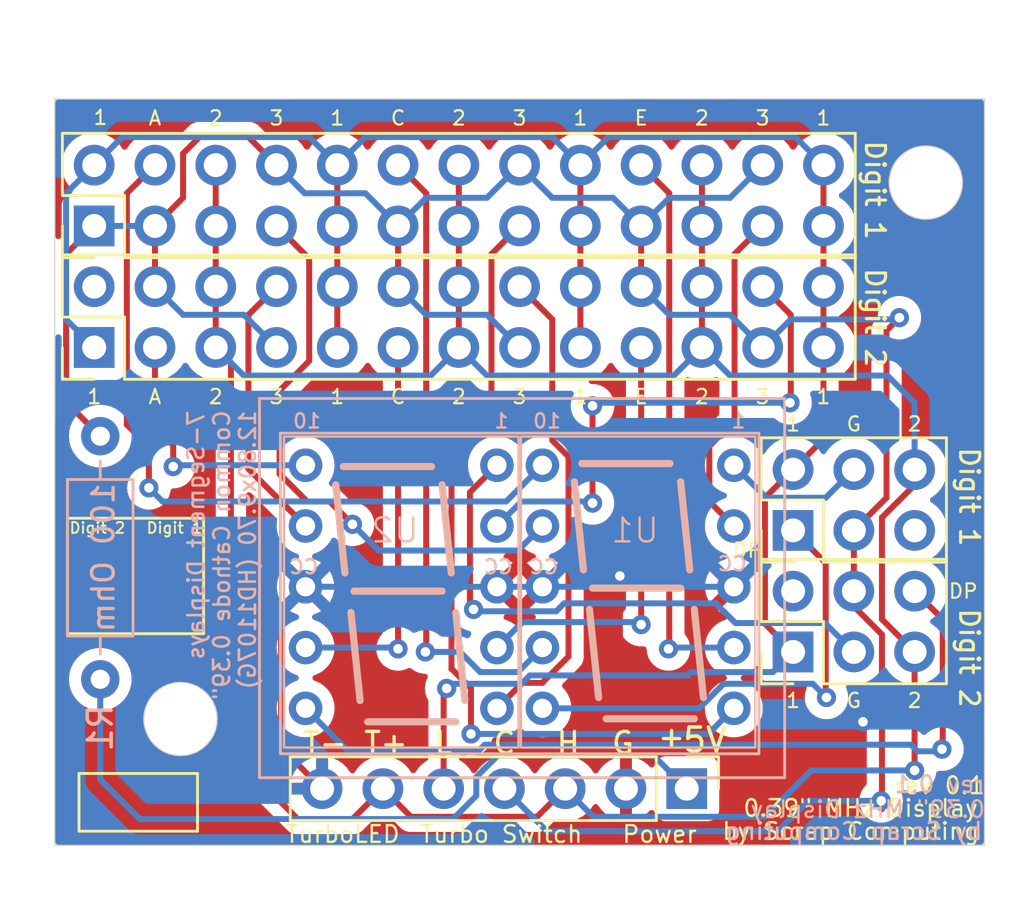
<source format=kicad_pcb>
(kicad_pcb (version 20221018) (generator pcbnew)
  (layers (0 "F.Cu" signal) (31 "B.Cu" signal) (34 "B.Paste" user) (35 "F.Paste" user) (36 "B.SilkS" user "B.Silkscreen") (37 "F.SilkS" user "F.Silkscreen") (38 "B.Mask" user) (39 "F.Mask" user) (44 "Edge.Cuts" user))
  (net 0 "")
  (net 1 "1")
  (net 2 "DIG1_A")
  (net 3 "2")
  (net 4 "3")
  (net 5 "DIG1_C")
  (net 6 "DIG1_E")
  (net 7 "DIG1_G")
  (net 8 "DIG1_F")
  (net 9 "DIG1_D")
  (net 10 "DIG1_B")
  (net 11 "DIG2_B")
  (net 12 "DIG2_D")
  (net 13 "DIG2_F")
  (net 14 "DIG2_G")
  (net 15 "DIG2_E")
  (net 16 "DIG2_C")
  (net 17 "DIG2_A")
  (net 18 "H")
  (net 19 "+5V")
  (net 20 "DIG1_CC")
  (net 21 "DIG1_DP")
  (net 24 "DIG2_DP")
  (footprint "Connector_PinHeader_2.54mm:PinHeader_1x07_P2.54mm_Vertical" (layer "F.Cu") (at 127.381 73.533 -90)
    (fp_text reference "J4" hide)
    (fp_text value "Conn_01x07")
    (fp_line (start -1.33 -1.33) (end 0 -1.33) (stroke (width 0.12)) (layer "F.SilkS"))
    (fp_line (start -1.33 0) (end -1.33 -1.33) (stroke (width 0.12)) (layer "F.SilkS"))
    (fp_line (start -1.33 1.27) (end -1.33 16.57) (stroke (width 0.12)) (layer "F.SilkS"))
    (fp_line (start -1.33 1.27) (end 1.33 1.27) (stroke (width 0.12)) (layer "F.SilkS"))
    (fp_line (start -1.33 16.57) (end 1.33 16.57) (stroke (width 0.12)) (layer "F.SilkS"))
    (fp_line (start 1.33 1.27) (end 1.33 16.57) (stroke (width 0.12)) (layer "F.SilkS"))
    (pad "1" thru_hole rect (at 0 0 270) (size 1.7 1.7) (drill 1) (layers "*.Cu" "*.Mask") (net 19 "+5V"))
    (pad "2" thru_hole oval (at 0 2.54 270) (size 1.7 1.7) (drill 1) (layers "*.Cu" "*.Mask") (net 20 "DIG1_CC"))
    (pad "3" thru_hole oval (at 0 5.08 270) (size 1.7 1.7) (drill 1) (layers "*.Cu" "*.Mask") (net 3 "2"))
    (pad "4" thru_hole oval (at 0 7.62 270) (size 1.7 1.7) (drill 1) (layers "*.Cu" "*.Mask") (net 4 "3"))
    (pad "5" thru_hole oval (at 0 10.16 270) (size 1.7 1.7) (drill 1) (layers "*.Cu" "*.Mask") (net 1 "1"))
    (pad "6" thru_hole oval (at 0 12.7 270) (size 1.7 1.7) (drill 1) (layers "*.Cu" "*.Mask") (net 3 "2"))
    (pad "7" thru_hole oval (at 0 15.24 270) (size 1.7 1.7) (drill 1) (layers "*.Cu" "*.Mask") (net 20 "DIG1_CC"))
  )
  (footprint "Connector_PinHeader_2.54mm:PinHeader_2x13_P2.54mm_Vertical" (layer "F.Cu") (at 102.616 55.0926 90)
    (fp_text reference "J1" hide)
    (fp_text value "Conn_02x13 DigitRHS")
    (fp_line (start -1.33 -1.33) (end 0 -1.33) (stroke (width 0.12)) (layer "F.SilkS"))
    (fp_line (start -1.33 0) (end -1.33 -1.33) (stroke (width 0.12)) (layer "F.SilkS"))
    (fp_line (start -1.33 1.27) (end -1.33 31.81) (stroke (width 0.12)) (layer "F.SilkS"))
    (fp_line (start -1.33 1.27) (end 1.27 1.27) (stroke (width 0.12)) (layer "F.SilkS"))
    (fp_line (start -1.33 31.81) (end 3.87 31.81) (stroke (width 0.12)) (layer "F.SilkS"))
    (fp_line (start 1.27 -1.33) (end 3.87 -1.33) (stroke (width 0.12)) (layer "F.SilkS"))
    (fp_line (start 1.27 1.27) (end 1.27 -1.33) (stroke (width 0.12)) (layer "F.SilkS"))
    (fp_line (start 3.87 -1.33) (end 3.87 31.81) (stroke (width 0.12)) (layer "F.SilkS"))
    (pad "1" thru_hole rect (at 0 0 90) (size 1.7 1.7) (drill 1) (layers "*.Cu" "*.Mask") (net 1 "1"))
    (pad "2" thru_hole oval (at 2.54 0 90) (size 1.7 1.7) (drill 1) (layers "*.Cu" "*.Mask") (net 18 "H"))
    (pad "3" thru_hole oval (at 0 2.54 90) (size 1.7 1.7) (drill 1) (layers "*.Cu" "*.Mask") (net 17 "DIG2_A"))
    (pad "4" thru_hole oval (at 2.54 2.54 90) (size 1.7 1.7) (drill 1) (layers "*.Cu" "*.Mask") (net 4 "3"))
    (pad "5" thru_hole oval (at 0 5.08 90) (size 1.7 1.7) (drill 1) (layers "*.Cu" "*.Mask") (net 3 "2"))
    (pad "6" thru_hole oval (at 2.54 5.08 90) (size 1.7 1.7) (drill 1) (layers "*.Cu" "*.Mask") (net 3 "2"))
    (pad "7" thru_hole oval (at 0 7.62 90) (size 1.7 1.7) (drill 1) (layers "*.Cu" "*.Mask") (net 4 "3"))
    (pad "8" thru_hole oval (at 2.54 7.62 90) (size 1.7 1.7) (drill 1) (layers "*.Cu" "*.Mask") (net 11 "DIG2_B"))
    (pad "9" thru_hole oval (at 0 10.16 90) (size 1.7 1.7) (drill 1) (layers "*.Cu" "*.Mask") (net 1 "1"))
    (pad "10" thru_hole oval (at 2.54 10.16 90) (size 1.7 1.7) (drill 1) (layers "*.Cu" "*.Mask") (net 1 "1"))
    (pad "11" thru_hole oval (at 0 12.7 90) (size 1.7 1.7) (drill 1) (layers "*.Cu" "*.Mask") (net 16 "DIG2_C"))
    (pad "12" thru_hole oval (at 2.54 12.7 90) (size 1.7 1.7) (drill 1) (layers "*.Cu" "*.Mask") (net 4 "3"))
    (pad "13" thru_hole oval (at 0 15.24 90) (size 1.7 1.7) (drill 1) (layers "*.Cu" "*.Mask") (net 3 "2"))
    (pad "14" thru_hole oval (at 2.54 15.24 90) (size 1.7 1.7) (drill 1) (layers "*.Cu" "*.Mask") (net 3 "2"))
    (pad "15" thru_hole oval (at 0 17.78 90) (size 1.7 1.7) (drill 1) (layers "*.Cu" "*.Mask") (net 4 "3"))
    (pad "16" thru_hole oval (at 2.54 17.78 90) (size 1.7 1.7) (drill 1) (layers "*.Cu" "*.Mask") (net 12 "DIG2_D"))
    (pad "17" thru_hole oval (at 0 20.32 90) (size 1.7 1.7) (drill 1) (layers "*.Cu" "*.Mask") (net 1 "1"))
    (pad "18" thru_hole oval (at 2.54 20.32 90) (size 1.7 1.7) (drill 1) (layers "*.Cu" "*.Mask") (net 1 "1"))
    (pad "19" thru_hole oval (at 0 22.86 90) (size 1.7 1.7) (drill 1) (layers "*.Cu" "*.Mask") (net 15 "DIG2_E"))
    (pad "20" thru_hole oval (at 2.54 22.86 90) (size 1.7 1.7) (drill 1) (layers "*.Cu" "*.Mask") (net 4 "3"))
    (pad "21" thru_hole oval (at 0 25.4 90) (size 1.7 1.7) (drill 1) (layers "*.Cu" "*.Mask") (net 3 "2"))
    (pad "22" thru_hole oval (at 2.54 25.4 90) (size 1.7 1.7) (drill 1) (layers "*.Cu" "*.Mask") (net 3 "2"))
    (pad "23" thru_hole oval (at 0 27.94 90) (size 1.7 1.7) (drill 1) (layers "*.Cu" "*.Mask") (net 4 "3"))
    (pad "24" thru_hole oval (at 2.54 27.94 90) (size 1.7 1.7) (drill 1) (layers "*.Cu" "*.Mask") (net 13 "DIG2_F"))
    (pad "25" thru_hole oval (at 0 30.48 90) (size 1.7 1.7) (drill 1) (layers "*.Cu" "*.Mask") (net 1 "1"))
    (pad "26" thru_hole oval (at 2.54 30.48 90) (size 1.7 1.7) (drill 1) (layers "*.Cu" "*.Mask") (net 1 "1"))
  )
  (footprint "Connector_PinHeader_2.54mm:PinHeader_2x13_P2.54mm_Vertical" (layer "F.Cu") (at 102.616 50.0126 90)
    (fp_text reference "J2" hide)
    (fp_text value "Conn_02x14 DigitLHS")
    (fp_line (start -1.33 -1.33) (end 0 -1.33) (stroke (width 0.12)) (layer "F.SilkS"))
    (fp_line (start -1.33 0) (end -1.33 -1.33) (stroke (width 0.12)) (layer "F.SilkS"))
    (fp_line (start -1.33 1.27) (end -1.33 31.81) (stroke (width 0.12)) (layer "F.SilkS"))
    (fp_line (start -1.33 1.27) (end 1.27 1.27) (stroke (width 0.12)) (layer "F.SilkS"))
    (fp_line (start -1.33 31.81) (end 3.87 31.81) (stroke (width 0.12)) (layer "F.SilkS"))
    (fp_line (start 1.27 -1.33) (end 3.87 -1.33) (stroke (width 0.12)) (layer "F.SilkS"))
    (fp_line (start 1.27 1.27) (end 1.27 -1.33) (stroke (width 0.12)) (layer "F.SilkS"))
    (fp_line (start 3.87 -1.33) (end 3.87 31.81) (stroke (width 0.12)) (layer "F.SilkS"))
    (pad "1" thru_hole rect (at 0 0 90) (size 1.7 1.7) (drill 1) (layers "*.Cu" "*.Mask") (net 4 "3"))
    (pad "2" thru_hole oval (at 2.54 0 90) (size 1.7 1.7) (drill 1) (layers "*.Cu" "*.Mask") (net 1 "1"))
    (pad "3" thru_hole oval (at 0 2.54 90) (size 1.7 1.7) (drill 1) (layers "*.Cu" "*.Mask") (net 4 "3"))
    (pad "4" thru_hole oval (at 2.54 2.54 90) (size 1.7 1.7) (drill 1) (layers "*.Cu" "*.Mask") (net 2 "DIG1_A"))
    (pad "5" thru_hole oval (at 0 5.08 90) (size 1.7 1.7) (drill 1) (layers "*.Cu" "*.Mask") (net 3 "2"))
    (pad "6" thru_hole oval (at 2.54 5.08 90) (size 1.7 1.7) (drill 1) (layers "*.Cu" "*.Mask") (net 3 "2"))
    (pad "7" thru_hole oval (at 0 7.62 90) (size 1.7 1.7) (drill 1) (layers "*.Cu" "*.Mask") (net 10 "DIG1_B"))
    (pad "8" thru_hole oval (at 2.54 7.62 90) (size 1.7 1.7) (drill 1) (layers "*.Cu" "*.Mask") (net 4 "3"))
    (pad "9" thru_hole oval (at 0 10.16 90) (size 1.7 1.7) (drill 1) (layers "*.Cu" "*.Mask") (net 1 "1"))
    (pad "10" thru_hole oval (at 2.54 10.16 90) (size 1.7 1.7) (drill 1) (layers "*.Cu" "*.Mask") (net 1 "1"))
    (pad "11" thru_hole oval (at 0 12.7 90) (size 1.7 1.7) (drill 1) (layers "*.Cu" "*.Mask") (net 4 "3"))
    (pad "12" thru_hole oval (at 2.54 12.7 90) (size 1.7 1.7) (drill 1) (layers "*.Cu" "*.Mask") (net 5 "DIG1_C"))
    (pad "13" thru_hole oval (at 0 15.24 90) (size 1.7 1.7) (drill 1) (layers "*.Cu" "*.Mask") (net 3 "2"))
    (pad "14" thru_hole oval (at 2.54 15.24 90) (size 1.7 1.7) (drill 1) (layers "*.Cu" "*.Mask") (net 3 "2"))
    (pad "15" thru_hole oval (at 0 17.78 90) (size 1.7 1.7) (drill 1) (layers "*.Cu" "*.Mask") (net 9 "DIG1_D"))
    (pad "16" thru_hole oval (at 2.54 17.78 90) (size 1.7 1.7) (drill 1) (layers "*.Cu" "*.Mask") (net 4 "3"))
    (pad "17" thru_hole oval (at 0 20.32 90) (size 1.7 1.7) (drill 1) (layers "*.Cu" "*.Mask") (net 1 "1"))
    (pad "18" thru_hole oval (at 2.54 20.32 90) (size 1.7 1.7) (drill 1) (layers "*.Cu" "*.Mask") (net 1 "1"))
    (pad "19" thru_hole oval (at 0 22.86 90) (size 1.7 1.7) (drill 1) (layers "*.Cu" "*.Mask") (net 4 "3"))
    (pad "20" thru_hole oval (at 2.54 22.86 90) (size 1.7 1.7) (drill 1) (layers "*.Cu" "*.Mask") (net 6 "DIG1_E"))
    (pad "21" thru_hole oval (at 0 25.4 90) (size 1.7 1.7) (drill 1) (layers "*.Cu" "*.Mask") (net 3 "2"))
    (pad "22" thru_hole oval (at 2.54 25.4 90) (size 1.7 1.7) (drill 1) (layers "*.Cu" "*.Mask") (net 3 "2"))
    (pad "23" thru_hole oval (at 0 27.94 90) (size 1.7 1.7) (drill 1) (layers "*.Cu" "*.Mask") (net 8 "DIG1_F"))
    (pad "24" thru_hole oval (at 2.54 27.94 90) (size 1.7 1.7) (drill 1) (layers "*.Cu" "*.Mask") (net 4 "3"))
    (pad "25" thru_hole oval (at 0 30.48 90) (size 1.7 1.7) (drill 1) (layers "*.Cu" "*.Mask") (net 1 "1"))
    (pad "26" thru_hole oval (at 2.54 30.48 90) (size 1.7 1.7) (drill 1) (layers "*.Cu" "*.Mask") (net 1 "1"))
  )
  (footprint "Connector_PinHeader_2.54mm:PinHeader_2x03_P2.54mm_Vertical" (layer "F.Cu") (at 131.826 62.738 90)
    (fp_text reference "J3" hide)
    (fp_text value "Conn_02x03_Odd_Even")
    (fp_line (start -1.33 -1.33) (end 0 -1.33) (stroke (width 0.12)) (layer "F.SilkS"))
    (fp_line (start -1.33 0) (end -1.33 -1.33) (stroke (width 0.12)) (layer "F.SilkS"))
    (fp_line (start -1.33 1.27) (end -1.33 6.41) (stroke (width 0.12)) (layer "F.SilkS"))
    (fp_line (start -1.33 1.27) (end 1.27 1.27) (stroke (width 0.12)) (layer "F.SilkS"))
    (fp_line (start -1.33 6.41) (end 3.87 6.41) (stroke (width 0.12)) (layer "F.SilkS"))
    (fp_line (start 1.27 -1.33) (end 3.87 -1.33) (stroke (width 0.12)) (layer "F.SilkS"))
    (fp_line (start 1.27 1.27) (end 1.27 -1.33) (stroke (width 0.12)) (layer "F.SilkS"))
    (fp_line (start 3.87 -1.33) (end 3.87 6.41) (stroke (width 0.12)) (layer "F.SilkS"))
    (pad "1" thru_hole rect (at 0 0 90) (size 1.7 1.7) (drill 1) (layers "*.Cu" "*.Mask") (net 21 "DIG1_DP"))
    (pad "2" thru_hole oval (at 2.54 0 90) (size 1.7 1.7) (drill 1) (layers "*.Cu" "*.Mask") (net 1 "1"))
    (pad "3" thru_hole oval (at 0 2.54 90) (size 1.7 1.7) (drill 1) (layers "*.Cu" "*.Mask") (net 4 "3"))
    (pad "4" thru_hole oval (at 2.54 2.54 90) (size 1.7 1.7) (drill 1) (layers "*.Cu" "*.Mask") (net 7 "DIG1_G"))
    (pad "5" thru_hole oval (at 0 5.08 90) (size 1.7 1.7) (drill 1) (layers "*.Cu" "*.Mask"))
    (pad "6" thru_hole oval (at 2.54 5.08 90) (size 1.7 1.7) (drill 1) (layers "*.Cu" "*.Mask") (net 3 "2"))
  )
  (footprint "Connector_PinHeader_2.54mm:PinHeader_2x03_P2.54mm_Vertical" (layer "F.Cu") (at 131.826 67.818 90)
    (fp_text reference "J5" hide)
    (fp_text value "Conn_02x03_Odd_Even")
    (fp_line (start -1.33 -1.33) (end 0 -1.33) (stroke (width 0.12)) (layer "F.SilkS"))
    (fp_line (start -1.33 0) (end -1.33 -1.33) (stroke (width 0.12)) (layer "F.SilkS"))
    (fp_line (start -1.33 1.27) (end -1.33 6.41) (stroke (width 0.12)) (layer "F.SilkS"))
    (fp_line (start -1.33 1.27) (end 1.27 1.27) (stroke (width 0.12)) (layer "F.SilkS"))
    (fp_line (start -1.33 6.41) (end 3.87 6.41) (stroke (width 0.12)) (layer "F.SilkS"))
    (fp_line (start 1.27 -1.33) (end 3.87 -1.33) (stroke (width 0.12)) (layer "F.SilkS"))
    (fp_line (start 1.27 1.27) (end 1.27 -1.33) (stroke (width 0.12)) (layer "F.SilkS"))
    (fp_line (start 3.87 -1.33) (end 3.87 6.41) (stroke (width 0.12)) (layer "F.SilkS"))
    (pad "1" thru_hole rect (at 0 0 90) (size 1.7 1.7) (drill 1) (layers "*.Cu" "*.Mask") (net 1 "1"))
    (pad "2" thru_hole oval (at 2.54 0 90) (size 1.7 1.7) (drill 1) (layers "*.Cu" "*.Mask"))
    (pad "3" thru_hole oval (at 0 2.54 90) (size 1.7 1.7) (drill 1) (layers "*.Cu" "*.Mask") (net 14 "DIG2_G"))
    (pad "4" thru_hole oval (at 2.54 2.54 90) (size 1.7 1.7) (drill 1) (layers "*.Cu" "*.Mask") (net 4 "3"))
    (pad "5" thru_hole oval (at 0 5.08 90) (size 1.7 1.7) (drill 1) (layers "*.Cu" "*.Mask") (net 3 "2"))
    (pad "6" thru_hole oval (at 2.54 5.08 90) (size 1.7 1.7) (drill 1) (layers "*.Cu" "*.Mask") (net 24 "DIG2_DP"))
  )
  (footprint "Resistor_THT:R_Axial_DIN0207_L6.3mm_D2.5mm_P10.16mm_Horizontal" (layer "B.Cu") (at 102.87 58.801 -90)
    (fp_text reference "R1" (at 12.192 0 90) (layer "B.SilkS") (effects (justify mirror)))
    (fp_text value "100 Ohm" (at 5.08 -0.127 90) (layer "B.SilkS") (effects (font (size 0.9 0.9) (thickness 0.14)) (justify mirror)))
    (fp_line (start 1.04 0) (end 1.81 0) (stroke (width 0.12)) (layer "B.SilkS"))
    (fp_line (start 1.81 -1.37) (end 8.35 -1.37) (stroke (width 0.12)) (layer "B.SilkS"))
    (fp_line (start 1.81 1.37) (end 1.81 -1.37) (stroke (width 0.12)) (layer "B.SilkS"))
    (fp_line (start 8.35 -1.37) (end 8.35 1.37) (stroke (width 0.12)) (layer "B.SilkS"))
    (fp_line (start 8.35 1.37) (end 1.81 1.37) (stroke (width 0.12)) (layer "B.SilkS"))
    (fp_line (start 9.12 0) (end 8.35 0) (stroke (width 0.12)) (layer "B.SilkS"))
    (pad "1" thru_hole circle (at 0 0 270) (size 1.6 1.6) (drill 0.8) (layers "*.Cu" "*.Mask") (net 4 "3"))
    (pad "2" thru_hole oval (at 10.16 0 270) (size 1.6 1.6) (drill 0.8) (layers "*.Cu" "*.Mask") (net 19 "+5V"))
  )
  (footprint "MHzDisplay:HD1107" (layer "B.Cu") (at 129.35 60.015 180)
    (fp_text reference "U1" (at 4.128 -2.723 unlocked) (layer "B.SilkS") (effects (font (thickness 0.1)) (justify mirror)))
    (fp_text value "SC39-11GWA" hide)
    (fp_rect (start -0.9 1.2) (end 8.9 -11.8) (stroke (width 0.1)) (fill none) (layer "B.SilkS"))
    (pad "1" thru_hole circle (at 0 0 180) (size 1.4 1.4) (drill 0.8) (layers "*.Cu" "*.Mask") (net 7 "DIG1_G"))
    (pad "2" thru_hole circle (at 0 -2.54 180) (size 1.4 1.4) (drill 0.8) (layers "*.Cu" "*.Mask") (net 8 "DIG1_F"))
    (pad "3" thru_hole circle (at 0 -5.08 180) (size 1.4 1.4) (drill 0.8) (layers "*.Cu" "*.Mask") (net 20 "DIG1_CC"))
    (pad "4" thru_hole circle (at 0 -7.62 180) (size 1.4 1.4) (drill 0.8) (layers "*.Cu" "*.Mask") (net 6 "DIG1_E"))
    (pad "5" thru_hole circle (at 0 -10.16 180) (size 1.4 1.4) (drill 0.8) (layers "*.Cu" "*.Mask") (net 9 "DIG1_D"))
    (pad "6" thru_hole circle (at 8 -10.16 180) (size 1.4 1.4) (drill 0.8) (layers "*.Cu" "*.Mask") (net 21 "DIG1_DP"))
    (pad "7" thru_hole circle (at 8 -7.62 180) (size 1.4 1.4) (drill 0.8) (layers "*.Cu" "*.Mask") (net 5 "DIG1_C"))
    (pad "8" thru_hole circle (at 8 -5.08 180) (size 1.4 1.4) (drill 0.8) (layers "*.Cu" "*.Mask") (net 20 "DIG1_CC"))
    (pad "9" thru_hole circle (at 8 -2.54 180) (size 1.4 1.4) (drill 0.8) (layers "*.Cu" "*.Mask") (net 10 "DIG1_B"))
    (pad "10" thru_hole circle (at 8 0 180) (size 1.4 1.4) (drill 0.8) (layers "*.Cu" "*.Mask") (net 2 "DIG1_A"))
  )
  (footprint "MHzDisplay:HD1107" (layer "B.Cu") (at 119.45 60.015 180)
    (fp_text reference "U2" (at 4.261 -2.723 unlocked) (layer "B.SilkS") (effects (font (thickness 0.1)) (justify mirror)))
    (fp_text value "SC39-11GWA" hide)
    (fp_rect (start -0.9 1.2) (end 8.9 -11.8) (stroke (width 0.1)) (fill none) (layer "B.SilkS"))
    (pad "1" thru_hole circle (at 0 0 180) (size 1.4 1.4) (drill 0.8) (layers "*.Cu" "*.Mask") (net 14 "DIG2_G"))
    (pad "2" thru_hole circle (at 0 -2.54 180) (size 1.4 1.4) (drill 0.8) (layers "*.Cu" "*.Mask") (net 13 "DIG2_F"))
    (pad "3" thru_hole circle (at 0 -5.08 180) (size 1.4 1.4) (drill 0.8) (layers "*.Cu" "*.Mask") (net 20 "DIG1_CC"))
    (pad "4" thru_hole circle (at 0 -7.62 180) (size 1.4 1.4) (drill 0.8) (layers "*.Cu" "*.Mask") (net 15 "DIG2_E"))
    (pad "5" thru_hole circle (at 0 -10.16 180) (size 1.4 1.4) (drill 0.8) (layers "*.Cu" "*.Mask") (net 12 "DIG2_D"))
    (pad "6" thru_hole circle (at 8 -10.16 180) (size 1.4 1.4) (drill 0.8) (layers "*.Cu" "*.Mask") (net 24 "DIG2_DP"))
    (pad "7" thru_hole circle (at 8 -7.62 180) (size 1.4 1.4) (drill 0.8) (layers "*.Cu" "*.Mask") (net 16 "DIG2_C"))
    (pad "8" thru_hole circle (at 8 -5.08 180) (size 1.4 1.4) (drill 0.8) (layers "*.Cu" "*.Mask") (net 20 "DIG1_CC"))
    (pad "9" thru_hole circle (at 8 -2.54 180) (size 1.4 1.4) (drill 0.8) (layers "*.Cu" "*.Mask") (net 11 "DIG2_B"))
    (pad "10" thru_hole circle (at 8 0 180) (size 1.4 1.4) (drill 0.8) (layers "*.Cu" "*.Mask") (net 17 "DIG2_A"))
  )
  (gr_line (start 124.0155 70.612) (end 127.6985 70.612) (stroke (width 0.3)) (layer "B.SilkS"))
  (gr_rect (start 110.4 58.675) (end 130.4 72.075) (stroke (width 0.12)) (fill none) (layer "B.SilkS"))
  (gr_line (start 113.3475 66.167) (end 113.7285 69.85) (stroke (width 0.3)) (layer "B.SilkS"))
  (gr_line (start 123.444 65.151) (end 127.127 65.151) (stroke (width 0.3)) (layer "B.SilkS"))
  (gr_line (start 123.317 66.04) (end 123.698 69.723) (stroke (width 0.3)) (layer "B.SilkS"))
  (gr_line (start 117.729 66.167) (end 118.11 69.85) (stroke (width 0.3)) (layer "B.SilkS"))
  (gr_line (start 113.03 60.071) (end 116.713 60.071) (stroke (width 0.3)) (layer "B.SilkS"))
  (gr_rect (start 109.525 57.225) (end 131.475 73.075) (stroke (width 0.12)) (fill none) (layer "B.SilkS"))
  (gr_line (start 122.682 60.706) (end 123.063 64.389) (stroke (width 0.3)) (layer "B.SilkS"))
  (gr_line (start 114.046 70.739) (end 117.729 70.739) (stroke (width 0.3)) (layer "B.SilkS"))
  (gr_line (start 122.9995 59.944) (end 126.6825 59.944) (stroke (width 0.3)) (layer "B.SilkS"))
  (gr_line (start 113.4745 65.278) (end 117.1575 65.278) (stroke (width 0.3)) (layer "B.SilkS"))
  (gr_line (start 112.7125 60.833) (end 113.0935 64.516) (stroke (width 0.3)) (layer "B.SilkS"))
  (gr_line (start 117.1575 60.833) (end 117.5385 64.516) (stroke (width 0.3)) (layer "B.SilkS"))
  (gr_line (start 127.6985 66.04) (end 128.0795 69.723) (stroke (width 0.3)) (layer "B.SilkS"))
  (gr_line (start 127.127 60.706) (end 127.508 64.389) (stroke (width 0.3)) (layer "B.SilkS"))
  (gr_line (start 106.934 72.898) (end 101.981 72.898) (stroke (width 0.12)) (layer "F.SilkS"))
  (gr_line (start 101.981 72.898) (end 101.981 75.311) (stroke (width 0.12)) (layer "F.SilkS"))
  (gr_line (start 101.4984 67.056) (end 101.4984 62.23) (stroke (width 0.12)) (layer "F.SilkS"))
  (gr_line (start 107.188 62.23) (end 107.188 67.056) (stroke (width 0.12)) (layer "F.SilkS"))
  (gr_line (start 101.981 75.311) (end 106.934 75.311) (stroke (width 0.12)) (layer "F.SilkS"))
  (gr_line (start 101.4984 62.23) (end 107.188 62.23) (stroke (width 0.12)) (layer "F.SilkS"))
  (gr_line (start 107.188 67.056) (end 101.4984 67.056) (stroke (width 0.12)) (layer "F.SilkS"))
  (gr_line (start 106.934 75.311) (end 106.934 72.898) (stroke (width 0.12)) (layer "F.SilkS"))
  (gr_line (start 139.827 75.9) (end 139.827 44.7) (stroke (width 0.05)) (layer "Edge.Cuts"))
  (gr_line (start 100.965 75.904) (end 100.965 44.704) (stroke (width 0.05)) (layer "Edge.Cuts"))
  (gr_circle (center 137.371809 48.2) (end 135.843618 48.2) (stroke (width 0.05)) (fill none) (layer "Edge.Cuts"))
  (gr_line (start 100.965 75.904) (end 139.827 75.9) (stroke (width 0.05)) (layer "Edge.Cuts"))
  (gr_circle (center 106.221809 70.621809) (end 104.693618 70.621809) (stroke (width 0.05)) (fill none) (layer "Edge.Cuts"))
  (gr_line (start 139.827 44.7) (end 100.965 44.704) (stroke (width 0.05)) (layer "Edge.Cuts"))
  (gr_text "by Scrap Computing" (at 134.366 75.311) (layer "B.SilkS") (effects (font (size 0.7 0.7) (thickness 0.11)) (justify mirror)))
  (gr_text "0.39{dblquote} MHz Display" (at 134.95 74.4) (layer "B.SilkS") (effects (font (size 0.7 0.7) (thickness 0.1)) (justify mirror)))
  (gr_text "CC" (at 119.507 64.262) (layer "B.SilkS") (effects (font (size 0.6 0.6) (thickness 0.1)) (justify mirror)))
  (gr_text "10" (at 121.539 58.166) (layer "B.SilkS") (effects (font (size 0.6 0.6) (thickness 0.1)) (justify mirror)))
  (gr_text "CC" (at 111.379 64.262) (layer "B.SilkS") (effects (font (size 0.6 0.6) (thickness 0.1)) (justify mirror)))
  (gr_text "rev 0.1" (at 137.95 73.35) (layer "B.SilkS") (effects (font (size 0.7 0.7) (thickness 0.1)) (justify mirror)))
  (gr_text "10" (at 111.506 58.166) (layer "B.SilkS") (effects (font (size 0.6 0.6) (thickness 0.1)) (justify mirror)))
  (gr_text "1" (at 119.634 58.166) (layer "B.SilkS") (effects (font (size 0.6 0.6) (thickness 0.1)) (justify mirror)))
  (gr_text "7-Segment Displays\nCommon Cathode 0.39{dblquote}\n12.80x9.70 (HD1107G)" (at 107.95 57.658 90) (layer "B.SilkS") (effects (font (size 0.67 0.67) (thickness 0.11)) (justify left mirror)))
  (gr_text "CC" (at 121.412 64.262) (layer "B.SilkS") (effects (font (size 0.6 0.6) (thickness 0.1)) (justify mirror)))
  (gr_text "CC" (at 129.286 64.135) (layer "B.SilkS") (effects (font (size 0.6 0.6) (thickness 0.1)) (justify mirror)))
  (gr_text "1" (at 129.54 58.166) (layer "B.SilkS") (effects (font (size 0.6 0.6) (thickness 0.1)) (justify mirror)))
  (gr_text "2" (at 107.696 57.15) (layer "F.SilkS") (effects (font (size 0.6 0.6) (thickness 0.09))))
  (gr_text "3" (at 110.236 57.15) (layer "F.SilkS") (effects (font (size 0.6 0.6) (thickness 0.09))))
  (gr_text "1" (at 112.776 57.15) (layer "F.SilkS") (effects (font (size 0.6 0.6) (thickness 0.09))))
  (gr_text "1" (at 102.616 57.15) (layer "F.SilkS") (effects (font (size 0.6 0.6) (thickness 0.09))))
  (gr_text "G" (at 124.714 71.628) (layer "F.SilkS") (effects (font (size 0.9 0.9) (thickness 0.14))))
  (gr_text "H" (at 122.428 71.628) (layer "F.SilkS") (effects (font (size 0.9 0.9) (thickness 0.14))))
  (gr_text "L" (at 117.221 71.628) (layer "F.SilkS") (effects (font (size 0.9 0.9) (thickness 0.14))))
  (gr_text "TurboLED" (at 113 75.438) (layer "F.SilkS") (effects (font (size 0.7 0.7) (thickness 0.1))))
  (gr_text "Digit 2" (at 102.75 62.6364) (layer "F.SilkS") (effects (font (size 0.45 0.45) (thickness 0.08))))
  (gr_text "Digit 1" (at 105.9688 62.6364) (layer "F.SilkS") (effects (font (size 0.45 0.45) (thickness 0.08))))
  (gr_text "3" (at 120.396 45.504) (layer "F.SilkS") (effects (font (size 0.6 0.6) (thickness 0.09))))
  (gr_text "2" (at 107.696 45.504) (layer "F.SilkS") (effects (font (size 0.6 0.6) (thickness 0.09))))
  (gr_text "2" (at 117.856 45.504) (layer "F.SilkS") (effects (font (size 0.6 0.6) (thickness 0.09))))
  (gr_text "1" (at 112.776 45.504) (layer "F.SilkS") (effects (font (size 0.6 0.6) (thickness 0.09))))
  (gr_text "C" (at 115.316 45.504) (layer "F.SilkS") (effects (font (size 0.6 0.6) (thickness 0.09))))
  (gr_text "1" (at 102.8775 45.4795) (layer "F.SilkS") (effects (font (size 0.6 0.6) (thickness 0.09))))
  (gr_text "2" (at 128.016 45.504) (layer "F.SilkS") (effects (font (size 0.6 0.6) (thickness 0.09))))
  (gr_text "3" (at 130.556 45.504) (layer "F.SilkS") (effects (font (size 0.6 0.6) (thickness 0.09))))
  (gr_text "G" (at 134.366 58.293) (layer "F.SilkS") (effects (font (size 0.6 0.6) (thickness 0.09))))
  (gr_text "2" (at 136.906 58.293) (layer "F.SilkS") (effects (font (size 0.6 0.6) (thickness 0.09))))
  (gr_text "A" (at 105.156 45.504) (layer "F.SilkS") (effects (font (size 0.6 0.6) (thickness 0.09))))
  (gr_text "1" (at 133.096 45.504) (layer "F.SilkS") (effects (font (size 0.6 0.6) (thickness 0.09))))
  (gr_text "1" (at 122.936 45.504) (layer "F.SilkS") (effects (font (size 0.6 0.6) (thickness 0.09))))
  (gr_text "E" (at 125.476 45.504) (layer "F.SilkS") (effects (font (size 0.6 0.6) (thickness 0.09))))
  (gr_text "3" (at 110.236 45.504) (layer "F.SilkS") (effects (font (size 0.6 0.6) (thickness 0.09))))
  (gr_text "Digit 2" (at 135.255 53.848 -90) (layer "F.SilkS") (effects (font (size 0.8 0.8) (thickness 0.13))))
  (gr_text "Digit 1" (at 135.255 48.514 -90) (layer "F.SilkS") (effects (font (size 0.8 0.8) (thickness 0.13))))
  (gr_text "DP" (at 138.938 65.278) (layer "F.SilkS") (effects (font (size 0.6 0.6) (thickness 0.09))))
  (gr_text "Digit 1" (at 139.192 61.341 -90) (layer "F.SilkS") (effects (font (size 0.8 0.8) (thickness 0.13))))
  (gr_text "Power" (at 126.25 75.438) (layer "F.SilkS") (effects (font (size 0.7 0.7) (thickness 0.1))))
  (gr_text "5V" (at 128.143 71.501) (layer "F.SilkS") (effects (font (size 1 1))))
  (gr_text "2" (at 136.906 69.85) (layer "F.SilkS") (effects (font (size 0.6 0.6) (thickness 0.09))))
  (gr_text "T+" (at 114.808 71.628) (layer "F.SilkS") (effects (font (size 0.9 0.9) (thickness 0.14))))
  (gr_text "1" (at 133.096 57.15) (layer "F.SilkS") (effects (font (size 0.6 0.6) (thickness 0.09))))
  (gr_text "DP" (at 129.92 63.57) (layer "F.SilkS") (effects (font (size 0.6 0.6) (thickness 0.09))))
  (gr_text "0.39{dblquote} MHz Display" (at 134.65 74.35) (layer "F.SilkS") (effects (font (size 0.7 0.7) (thickness 0.1))))
  (gr_text "2" (at 128.016 57.15) (layer "F.SilkS") (effects (font (size 0.6 0.6) (thickness 0.09))))
  (gr_text "E" (at 125.476 57.15) (layer "F.SilkS") (effects (font (size 0.6 0.6) (thickness 0.09))))
  (gr_text "2" (at 117.856 57.15) (layer "F.SilkS") (effects (font (size 0.6 0.6) (thickness 0.09))))
  (gr_text "A" (at 105.156 57.15) (layer "F.SilkS") (effects (font (size 0.6 0.6) (thickness 0.09))))
  (gr_text "Turbo Switch" (at 119.634 75.438) (layer "F.SilkS") (effects (font (size 0.7 0.7) (thickness 0.1))))
  (gr_text "3" (at 120.396 57.15) (layer "F.SilkS") (effects (font (size 0.6 0.6) (thickness 0.09))))
  (gr_text "C" (at 119.761 71.628) (layer "F.SilkS") (effects (font (size 0.9 0.9) (thickness 0.14))))
  (gr_text "3" (at 130.556 57.15) (layer "F.SilkS") (effects (font (size 0.6 0.6) (thickness 0.09))))
  (gr_text "by Scrap Computing" (at 134.239 75.311) (layer "F.SilkS") (effects (font (size 0.7 0.7) (thickness 0.1))))
  (gr_text "1" (at 122.936 57.15) (layer "F.SilkS") (effects (font (size 0.6 0.6) (thickness 0.09))))
  (gr_text "1" (at 131.826 58.293) (layer "F.SilkS") (effects (font (size 0.6 0.6) (thickness 0.09))))
  (gr_text "rev 0.1" (at 137.95 73.4) (layer "F.SilkS") (effects (font (size 0.7 0.7) (thickness 0.1))))
  (gr_text "G" (at 134.366 69.85) (layer "F.SilkS") (effects (font (size 0.6 0.6) (thickness 0.09))))
  (gr_text "C" (at 115.316 57.15) (layer "F.SilkS") (effects (font (size 0.6 0.6) (thickness 0.09))))
  (gr_text "T-" (at 112.268 71.628) (layer "F.SilkS") (effects (font (size 0.9 0.9) (thickness 0.14))))
  (gr_text "+" (at 126.746 71.374) (layer "F.SilkS") (effects (font (size 0.9 0.9) (thickness 0.14))))
  (gr_text "Digit 2" (at 139.192 68.072 -90) (layer "F.SilkS") (effects (font (size 0.8 0.8) (thickness 0.13))))
  (gr_text "1" (at 131.826 69.85) (layer "F.SilkS") (effects (font (size 0.6 0.6) (thickness 0.09))))
  (segment (start 117.221 69.469) (end 117.348 69.342) (width 0.25) (layer "F.Cu") (net 1))
  (segment (start 133.096 50.0126) (end 133.096 47.4726) (width 0.25) (layer "F.Cu") (net 1))
  (segment (start 133.096 52.5526) (end 133.096 50.0126) (width 0.25) (layer "F.Cu") (net 1))
  (segment (start 122.936 55.0926) (end 122.936 52.5526) (width 0.25) (layer "F.Cu") (net 1))
  (segment (start 122.936 50.0126) (end 122.936 47.4726) (width 0.25) (layer "F.Cu") (net 1))
  (segment (start 112.776 47.4726) (end 112.776 50.0126) (width 0.25) (layer "F.Cu") (net 1))
  (segment (start 131.826 60.198) (end 130.651 61.373) (width 0.25) (layer "F.Cu") (net 1))
  (segment (start 112.776 50.0126) (end 112.776 52.5526) (width 0.25) (layer "F.Cu") (net 1))
  (segment (start 133.096 58.928) (end 133.096 55.0926) (width 0.25) (layer "F.Cu") (net 1))
  (segment (start 122.936 52.5526) (end 122.936 50.0126) (width 0.25) (layer "F.Cu") (net 1))
  (segment (start 112.776 52.5526) (end 112.776 55.0926) (width 0.25) (layer "F.Cu") (net 1))
  (segment (start 133.096 52.5526) (end 133.096 55.0926) (width 0.25) (layer "F.Cu") (net 1))
  (segment (start 117.221 73.533) (end 117.221 69.469) (width 0.25) (layer "F.Cu") (net 1))
  (segment (start 130.651 66.643) (end 131.826 67.818) (width 0.25) (layer "F.Cu") (net 1))
  (segment (start 131.826 60.198) (end 133.096 58.928) (width 0.25) (layer "F.Cu") (net 1))
  (segment (start 130.651 61.373) (end 130.651 66.643) (width 0.25) (layer "F.Cu") (net 1))
  (via (at 117.348 69.342) (size 0.8) (drill 0.4) (layers "F.Cu" "B.Cu") (net 1))
  (segment (start 103.791 46.2976) (end 102.616 47.4726) (width 0.25) (layer "B.Cu") (net 1))
  (segment (start 127.56 68.66) (end 127.42 68.8) (width 0.25) (layer "B.Cu") (net 1))
  (segment (start 113.951 46.2976) (end 121.761 46.2976) (width 0.25) (layer "B.Cu") (net 1))
  (segment (start 112.776 47.4726) (end 111.601 46.2976) (width 0.25) (layer "B.Cu") (net 1))
  (segment (start 122.936 47.4726) (end 124.111 46.2976) (width 0.25) (layer "B.Cu") (net 1))
  (segment (start 131.826 67.818) (end 130.984 68.66) (width 0.25) (layer "B.Cu") (net 1))
  (segment (start 112.776 47.4726) (end 113.951 46.2976) (width 0.25) (layer "B.Cu") (net 1))
  (segment (start 117.221 69.342) (end 117.221 69.342) (width 0.25) (layer "B.Cu") (net 1))
  (segment (start 120.471396 69.15) (end 120.821396 68.8) (width 0.25) (layer "B.Cu") (net 1))
  (segment (start 101.441 48.6476) (end 101.441 53.9176) (width 0.25) (layer "B.Cu") (net 1))
  (segment (start 131.921 46.2976) (end 133.096 47.4726) (width 0.25) (layer "B.Cu") (net 1))
  (segment (start 124.111 46.2976) (end 131.921 46.2976) (width 0.25) (layer "B.Cu") (net 1))
  (segment (start 130.984 68.66) (end 127.56 68.66) (width 0.25) (layer "B.Cu") (net 1))
  (segment (start 127.42 68.8) (end 120.821396 68.8) (width 0.25) (layer "B.Cu") (net 1))
  (segment (start 121.761 46.2976) (end 122.936 47.4726) (width 0.25) (layer "B.Cu") (net 1))
  (segment (start 102.616 47.4726) (end 101.441 48.6476) (width 0.25) (layer "B.Cu") (net 1))
  (segment (start 117.348 69.342) (end 117.54 69.15) (width 0.25) (layer "B.Cu") (net 1))
  (segment (start 111.601 46.2976) (end 103.791 46.2976) (width 0.25) (layer "B.Cu") (net 1))
  (segment (start 101.441 53.9176) (end 102.616 55.0926) (width 0.25) (layer "B.Cu") (net 1))
  (segment (start 117.348 69.342) (end 117.221 69.342) (width 0.25) (layer "B.Cu") (net 1))
  (segment (start 117.54 69.15) (end 120.471396 69.15) (width 0.25) (layer "B.Cu") (net 1))
  (segment (start 103.981 48.6476) (end 103.981 58.321009) (width 0.25) (layer "F.Cu") (net 2))
  (segment (start 105.156 47.4726) (end 103.981 48.6476) (width 0.25) (layer "F.Cu") (net 2))
  (segment (start 104.902 60.96) (end 104.902 61.087) (width 0.25) (layer "F.Cu") (net 2))
  (segment (start 104.902 59.242009) (end 104.902 60.96) (width 0.25) (layer "F.Cu") (net 2))
  (segment (start 103.981 58.321009) (end 104.902 59.242009) (width 0.25) (layer "F.Cu") (net 2))
  (via (at 104.902 60.96) (size 0.8) (drill 0.4) (layers "F.Cu" "B.Cu") (net 2))
  (segment (start 119.835 61.53) (end 105.472 61.53) (width 0.25) (layer "B.Cu") (net 2))
  (segment (start 105.472 61.53) (end 104.902 60.96) (width 0.25) (layer "B.Cu") (net 2))
  (segment (start 121.35 60.015) (end 119.835 61.53) (width 0.25) (layer "B.Cu") (net 2))
  (segment (start 128.016 55.0926) (end 128.016 52.5526) (width 0.25) (layer "F.Cu") (net 3))
  (segment (start 128.016 52.5526) (end 128.016 50.0126) (width 0.25) (layer "F.Cu") (net 3))
  (segment (start 136.906 67.818) (end 135.541 66.453) (width 0.25) (layer "F.Cu") (net 3))
  (segment (start 135.541 66.453) (end 135.541 62.199396) (width 0.25) (layer "F.Cu") (net 3))
  (segment (start 117.856 50.0126) (end 117.856 52.5526) (width 0.25) (layer "F.Cu") (net 3))
  (segment (start 108.331 72.009) (end 111.125 74.803) (width 0.25) (layer "F.Cu") (net 3))
  (segment (start 108.331 55.7276) (end 108.331 72.009) (width 0.25) (layer "F.Cu") (net 3))
  (segment (start 107.696 52.5526) (end 107.696 50.0126) (width 0.25) (layer "F.Cu") (net 3))
  (segment (start 136.906 60.834396) (end 136.906 60.198) (width 0.25) (layer "F.Cu") (net 3))
  (segment (start 128.016 50.0126) (end 128.016 47.4726) (width 0.25) (layer "F.Cu") (net 3))
  (segment (start 122.301 73.533) (end 121.126 74.708) (width 0.25) (layer "F.Cu") (net 3))
  (segment (start 107.696 55.0926) (end 107.696 52.5526) (width 0.25) (layer "F.Cu") (net 3))
  (segment (start 117.856 52.5526) (end 117.856 55.0926) (width 0.25) (layer "F.Cu") (net 3))
  (segment (start 113.411 74.803) (end 114.681 73.533) (width 0.25) (layer "F.Cu") (net 3))
  (segment (start 135.541 62.199396) (end 136.906 60.834396) (width 0.25) (layer "F.Cu") (net 3))
  (segment (start 117.856 47.4726) (end 117.856 50.0126) (width 0.25) (layer "F.Cu") (net 3))
  (segment (start 136.906 67.818) (end 136.906 72.771) (width 0.25) (layer "F.Cu") (net 3))
  (segment (start 107.696 55.0926) (end 108.331 55.7276) (width 0.25) (layer "F.Cu") (net 3))
  (segment (start 121.126 74.708) (end 115.856 74.708) (width 0.25) (layer "F.Cu") (net 3))
  (segment (start 115.856 74.708) (end 114.681 73.533) (width 0.25) (layer "F.Cu") (net 3))
  (segment (start 107.696 50.0126) (end 107.696 47.4726) (width 0.25) (layer "F.Cu") (net 3))
  (segment (start 111.125 74.803) (end 113.411 74.803) (width 0.25) (layer "F.Cu") (net 3))
  (via (at 136.906 72.771) (size 0.8) (drill 0.4) (layers "F.Cu" "B.Cu") (net 3))
  (segment (start 130.651 74.708) (end 131.318 74.041) (width 0.25) (layer "B.Cu") (net 3))
  (segment (start 117.856 55.0926) (end 119.031 56.2676) (width 0.25) (layer "B.Cu") (net 3))
  (segment (start 108.871 56.2676) (end 107.696 55.0926) (width 0.25) (layer "B.Cu") (net 3))
  (segment (start 123.476 74.708) (end 130.651 74.708) (width 0.25) (layer "B.Cu") (net 3))
  (segment (start 122.301 73.533) (end 123.476 74.708) (width 0.25) (layer "B.Cu") (net 3))
  (segment (start 116.681 56.2676) (end 108.871 56.2676) (width 0.25) (layer "B.Cu") (net 3))
  (segment (start 117.856 55.0926) (end 116.681 56.2676) (width 0.25) (layer "B.Cu") (net 3))
  (segment (start 131.318 74.041) (end 132.588 72.771) (width 0.25) (layer "B.Cu") (net 3))
  (segment (start 126.841 56.2676) (end 128.016 55.0926) (width 0.25) (layer "B.Cu") (net 3))
  (segment (start 119.031 56.2676) (end 126.841 56.2676) (width 0.25) (layer "B.Cu") (net 3))
  (segment (start 135.7696 56.2676) (end 129.191 56.2676) (width 0.25) (layer "B.Cu") (net 3))
  (segment (start 132.588 72.771) (end 136.779 72.771) (width 0.25) (layer "B.Cu") (net 3))
  (segment (start 136.906 60.198) (end 136.906 57.404) (width 0.25) (layer "B.Cu") (net 3))
  (segment (start 136.906 57.404) (end 135.7696 56.2676) (width 0.25) (layer "B.Cu") (net 3))
  (segment (start 129.191 56.2676) (end 128.016 55.0926) (width 0.25) (layer "B.Cu") (net 3))
  (segment (start 135.541 74.073) (end 135.509 74.041) (width 0.25) (layer "F.Cu") (net 4))
  (segment (start 125.476 50.0126) (end 125.476 52.5526) (width 0.25) (layer "F.Cu") (net 4))
  (segment (start 135.731 54.388) (end 135.731 61.373) (width 0.25) (layer "F.Cu") (net 4))
  (segment (start 109.061 46.2976) (end 107.019299 46.2976) (width 0.25) (layer "F.Cu") (net 4))
  (segment (start 135.509 74.041) (end 135.541 74.009) (width 0.25) (layer "F.Cu") (net 4))
  (segment (start 106.331 46.985899) (end 106.331 48.8376) (width 0.25) (layer "F.Cu") (net 4))
  (segment (start 106.331 48.8376) (end 105.156 50.0126) (width 0.25) (layer "F.Cu") (net 4))
  (segment (start 101.441 57.372) (end 102.87 58.801) (width 0.25) (layer "F.Cu") (net 4))
  (segment (start 134.366 62.738) (end 134.366 65.278) (width 0.25) (layer "F.Cu") (net 4))
  (segment (start 135.541 67.089396) (end 134.366 65.914396) (width 0.25) (layer "F.Cu") (net 4))
  (segment (start 110.236 47.4726) (end 109.061 46.2976) (width 0.25) (layer "F.Cu") (net 4))
  (segment (start 135.541 74.009) (end 135.541 67.089396) (width 0.25) (layer "F.Cu") (net 4))
  (segment (start 101.441 51.1876) (end 101.441 57.372) (width 0.25) (layer "F.Cu") (net 4))
  (segment (start 107.019299 46.2976) (end 106.331 46.985899) (width 0.25) (layer "F.Cu") (net 4))
  (segment (start 135.541 74.39) (end 135.541 74.073) (width 0.25) (layer "F.Cu") (net 4))
  (segment (start 134.366 65.914396) (end 134.366 65.278) (width 0.25) (layer "F.Cu") (net 4))
  (segment (start 115.316 52.5526) (end 115.316 50.0126) (width 0.25) (layer "F.Cu") (net 4))
  (segment (start 102.616 50.0126) (end 101.441 51.1876) (width 0.25) (layer "F.Cu") (net 4))
  (segment (start 135.731 61.373) (end 134.366 62.738) (width 0.25) (layer "F.Cu") (net 4))
  (segment (start 105.156 52.5526) (end 105.156 50.0126) (width 0.25) (layer "F.Cu") (net 4))
  (segment (start 136.271 53.848) (end 135.731 54.388) (width 0.25) (layer "F.Cu") (net 4))
  (via (at 135.509 74.041) (size 0.8) (drill 0.4) (layers "F.Cu" "B.Cu") (net 4))
  (via (at 136.271 53.848) (size 0.8) (drill 0.4) (layers "F.Cu" "B.Cu") (net 4))
  (segment (start 129.191 48.8376) (end 130.556 47.4726) (width 0.25) (layer "B.Cu") (net 4))
  (segment (start 116.491 53.7276) (end 115.316 52.5526) (width 0.25) (layer "B.Cu") (net 4))
  (segment (start 120.396 55.0926) (end 119.031 53.7276) (width 0.25) (layer "B.Cu") (net 4))
  (segment (start 119.031 53.7276) (end 116.491 53.7276) (width 0.25) (layer "B.Cu") (net 4))
  (segment (start 126.651 53.7276) (end 129.191 53.7276) (width 0.25) (layer "B.Cu") (net 4))
  (segment (start 105.156 52.5526) (end 106.331 53.7276) (width 0.25) (layer "B.Cu") (net 4))
  (segment (start 131.191 75.311) (end 132.461 74.041) (width 0.25) (layer "B.Cu") (net 4))
  (segment (start 106.331 53.7276) (end 108.871 53.7276) (width 0.25) (layer "B.Cu") (net 4))
  (segment (start 121.539 75.311) (end 130.683 75.311) (width 0.25) (layer "B.Cu") (net 4))
  (segment (start 121.761 48.8376) (end 124.301 48.8376) (width 0.25) (layer "B.Cu") (net 4))
  (segment (start 130.683 75.311) (end 131.191 75.311) (width 0.25) (layer "B.Cu") (net 4))
  (segment (start 131.731 53.9176) (end 136.2014 53.9176) (width 0.25) (layer "B.Cu") (net 4))
  (segment (start 108.871 53.7276) (end 110.236 55.0926) (width 0.25) (layer "B.Cu") (net 4))
  (segment (start 124.301 48.8376) (end 125.476 50.0126) (width 0.25) (layer "B.Cu") (net 4))
  (segment (start 126.651 48.8376) (end 129.191 48.8376) (width 0.25) (layer "B.Cu") (net 4))
  (segment (start 130.556 55.0926) (end 131.731 53.9176) (width 0.25) (layer "B.Cu") (net 4))
  (segment (start 125.476 52.5526) (end 126.651 53.7276) (width 0.25) (layer "B.Cu") (net 4))
  (segment (start 119.761 73.533) (end 121.539 75.311) (width 0.25) (layer "B.Cu") (net 4))
  (segment (start 113.951 48.6476) (end 115.316 50.0126) (width 0.25) (layer "B.Cu") (net 4))
  (segment (start 102.616 50.0126) (end 105.156 50.0126) (width 0.25) (layer "B.Cu") (net 4))
  (segment (start 132.461 74.041) (end 135.509 74.041) (width 0.25) (layer "B.Cu") (net 4))
  (segment (start 115.316 50.0126) (end 116.491 48.8376) (width 0.25) (layer "B.Cu") (net 4))
  (segment (start 129.191 53.7276) (end 130.556 55.0926) (width 0.25) (layer "B.Cu") (net 4))
  (segment (start 111.411 48.6476) (end 113.951 48.6476) (width 0.25) (layer "B.Cu") (net 4))
  (segment (start 125.476 50.0126) (end 126.651 48.8376) (width 0.25) (layer "B.Cu") (net 4))
  (segment (start 120.396 47.4726) (end 121.761 48.8376) (width 0.25) (layer "B.Cu") (net 4))
  (segment (start 110.236 47.4726) (end 111.411 48.6476) (width 0.25) (layer "B.Cu") (net 4))
  (segment (start 136.2014 53.9176) (end 136.271 53.848) (width 0.25) (layer "B.Cu") (net 4))
  (segment (start 116.491 48.8376) (end 119.031 48.8376) (width 0.25) (layer "B.Cu") (net 4))
  (segment (start 119.031 48.8376) (end 120.396 47.4726) (width 0.25) (layer "B.Cu") (net 4))
  (segment (start 115.316 47.4726) (end 116.491 48.6476) (width 0.25) (layer "F.Cu") (net 5))
  (segment (start 116.491 48.6476) (end 116.491 67.659) (width 0.25) (layer "F.Cu") (net 5))
  (segment (start 116.459 67.818) (end 116.459 67.691) (width 0.25) (layer "F.Cu") (net 5))
  (segment (start 116.491 67.659) (end 116.459 67.818) (width 0.25) (layer "F.Cu") (net 5))
  (via (at 116.459 67.818) (size 0.8) (drill 0.4) (layers "F.Cu" "B.Cu") (net 5))
  (segment (start 120.325 68.66) (end 118.75 68.66) (width 0.25) (layer "B.Cu") (net 5))
  (segment (start 117.908 67.818) (end 116.459 67.818) (width 0.25) (layer "B.Cu") (net 5))
  (segment (start 118.75 68.66) (end 117.908 67.818) (width 0.25) (layer "B.Cu") (net 5))
  (segment (start 121.35 67.635) (end 120.325 68.66) (width 0.25) (layer "B.Cu") (net 5))
  (segment (start 125.476 47.4726) (end 126.651 48.6476) (width 0.25) (layer "F.Cu") (net 6))
  (segment (start 126.651 48.6476) (end 126.651 67.659) (width 0.25) (layer "F.Cu") (net 6))
  (segment (start 126.651 67.659) (end 126.619 67.691) (width 0.25) (layer "F.Cu") (net 6))
  (segment (start 126.651 67.723) (end 126.746 67.818) (width 0.25) (layer "F.Cu") (net 6))
  (segment (start 126.619 67.691) (end 126.651 67.723) (width 0.25) (layer "F.Cu") (net 6))
  (via (at 126.619 67.691) (size 0.8) (drill 0.4) (layers "F.Cu" "B.Cu") (net 6))
  (segment (start 126.675 67.635) (end 129.35 67.635) (width 0.25) (layer "B.Cu") (net 6))
  (segment (start 126.619 67.691) (end 126.675 67.635) (width 0.25) (layer "B.Cu") (net 6))
  (segment (start 129.35 60.015) (end 130.708 61.373) (width 0.25) (layer "B.Cu") (net 7))
  (segment (start 130.708 61.373) (end 133.191 61.373) (width 0.25) (layer "B.Cu") (net 7))
  (segment (start 133.191 61.373) (end 134.366 60.198) (width 0.25) (layer "B.Cu") (net 7))
  (segment (start 129.35 62.555) (end 128.325 61.53) (width 0.25) (layer "F.Cu") (net 8))
  (segment (start 130.556 50.0126) (end 129.381 51.1876) (width 0.25) (layer "F.Cu") (net 8))
  (segment (start 128.325 61.53) (end 128.325 59.216) (width 0.25) (layer "F.Cu") (net 8))
  (segment (start 129.381 51.1876) (end 129.381 58.16) (width 0.25) (layer "F.Cu") (net 8))
  (segment (start 128.325 59.216) (end 129.381 58.16) (width 0.25) (layer "F.Cu") (net 8))
  (segment (start 117.561305 68.53) (end 117.55 68.53) (width 0.25) (layer "F.Cu") (net 9))
  (segment (start 118.364 71.247) (end 118.364 71.374) (width 0.25) (layer "F.Cu") (net 9))
  (segment (start 119.221 57.37) (end 119.221 51.1876) (width 0.25) (layer "F.Cu") (net 9))
  (segment (start 118.364 71.247) (end 118.364 69.332695) (width 0.25) (layer "F.Cu") (net 9))
  (segment (start 117.55 59.041) (end 119.221 57.37) (width 0.25) (layer "F.Cu") (net 9))
  (segment (start 119.221 51.1876) (end 120.396 50.0126) (width 0.25) (layer "F.Cu") (net 9))
  (segment (start 118.364 69.332695) (end 117.561305 68.53) (width 0.25) (layer "F.Cu") (net 9))
  (segment (start 117.55 68.53) (end 117.55 59.041) (width 0.25) (layer "F.Cu") (net 9))
  (via (at 118.364 71.247) (size 0.8) (drill 0.4) (layers "F.Cu" "B.Cu") (net 9))
  (segment (start 118.364 71.247) (end 128.278 71.247) (width 0.25) (layer "B.Cu") (net 9))
  (segment (start 128.278 71.247) (end 129.35 70.175) (width 0.25) (layer "B.Cu") (net 9))
  (segment (start 110.363 60.377569) (end 110.363 56.896) (width 0.25) (layer "F.Cu") (net 10))
  (segment (start 110.363 56.896) (end 111.601 55.658) (width 0.25) (layer "F.Cu") (net 10))
  (segment (start 113.411 62.484) (end 113.538 62.484) (width 0.25) (layer "F.Cu") (net 10))
  (segment (start 112.457 61.53) (end 111.515431 61.53) (width 0.25) (layer "F.Cu") (net 10))
  (segment (start 113.538 62.484) (end 113.538 62.484) (width 0.25) (layer "F.Cu") (net 10))
  (segment (start 111.601 51.3776) (end 110.236 50.0126) (width 0.25) (layer "F.Cu") (net 10))
  (segment (start 113.411 62.484) (end 112.457 61.53) (width 0.25) (layer "F.Cu") (net 10))
  (segment (start 111.601 55.658) (end 111.601 51.3776) (width 0.25) (layer "F.Cu") (net 10))
  (segment (start 111.515431 61.53) (end 110.363 60.377569) (width 0.25) (layer "F.Cu") (net 10))
  (via (at 113.411 62.484) (size 0.8) (drill 0.4) (layers "F.Cu" "B.Cu") (net 10))
  (segment (start 114.507 63.58) (end 113.411 62.484) (width 0.25) (layer "B.Cu") (net 10))
  (segment (start 120.325 63.58) (end 114.507 63.58) (width 0.25) (layer "B.Cu") (net 10))
  (segment (start 121.35 62.555) (end 120.325 63.58) (width 0.25) (layer "B.Cu") (net 10))
  (segment (start 109.061 53.7276) (end 109.061 60.166) (width 0.25) (layer "F.Cu") (net 11))
  (segment (start 110.236 52.5526) (end 109.061 53.7276) (width 0.25) (layer "F.Cu") (net 11))
  (segment (start 109.061 60.166) (end 111.45 62.555) (width 0.25) (layer "F.Cu") (net 11))
  (segment (start 121.34 69.11) (end 120.515 69.11) (width 0.25) (layer "F.Cu") (net 12))
  (segment (start 121.761 53.9176) (end 121.761 58.976431) (width 0.25) (layer "F.Cu") (net 12))
  (segment (start 122.44 68.01) (end 121.34 69.11) (width 0.25) (layer "F.Cu") (net 12))
  (segment (start 120.515 69.11) (end 119.45 70.175) (width 0.25) (layer "F.Cu") (net 12))
  (segment (start 121.761 58.976431) (end 122.44 59.655431) (width 0.25) (layer "F.Cu") (net 12))
  (segment (start 122.44 59.655431) (end 122.44 68.01) (width 0.25) (layer "F.Cu") (net 12))
  (segment (start 120.396 52.5526) (end 121.761 53.9176) (width 0.25) (layer "F.Cu") (net 12))
  (segment (start 131.699 57.404) (end 131.731 57.372) (width 0.25) (layer "F.Cu") (net 13))
  (segment (start 123.444 61.595) (end 123.444 61.722) (width 0.25) (layer "F.Cu") (net 13))
  (segment (start 130.556 52.5526) (end 131.731 53.7276) (width 0.25) (layer "F.Cu") (net 13))
  (segment (start 131.731 53.7276) (end 131.731 57.372) (width 0.25) (layer "F.Cu") (net 13))
  (segment (start 123.444 57.531) (end 123.444 61.595) (width 0.25) (layer "F.Cu") (net 13))
  (via (at 131.699 57.404) (size 0.8) (drill 0.4) (layers "F.Cu" "B.Cu") (net 13))
  (via (at 123.444 61.595) (size 0.8) (drill 0.4) (layers "F.Cu" "B.Cu") (net 13))
  (via (at 123.444 57.531) (size 0.8) (drill 0.4) (layers "F.Cu" "B.Cu") (net 13))
  (via (at 123.444 61.595) (size 0.8) (drill 0.4) (layers "F.Cu" "B.Cu") (net 13))
  (segment (start 123.444 57.531) (end 123.444 57.658) (width 0.25) (layer "B.Cu") (net 13))
  (segment (start 123.571 57.531) (end 123.444 57.531) (width 0.25) (layer "B.Cu") (net 13))
  (segment (start 120.475 61.53) (end 123.379 61.53) (width 0.25) (layer "B.Cu") (net 13))
  (segment (start 123.698 57.404) (end 123.571 57.531) (width 0.25) (layer "B.Cu") (net 13))
  (segment (start 119.45 62.555) (end 120.475 61.53) (width 0.25) (layer "B.Cu") (net 13))
  (segment (start 123.444 57.658) (end 123.5075 57.5945) (width 0.25) (layer "B.Cu") (net 13))
  (segment (start 123.379 61.53) (end 123.444 61.595) (width 0.25) (layer "B.Cu") (net 13))
  (segment (start 131.699 57.404) (end 123.698 57.404) (width 0.25) (layer "B.Cu") (net 13))
  (segment (start 118.32 61.145) (end 119.45 60.015) (width 0.25) (layer "F.Cu") (net 14))
  (segment (start 118.32 65.63) (end 118.32 64.66) (width 0.25) (layer "F.Cu") (net 14))
  (segment (start 118.47 66.04) (end 118.32 65.89) (width 0.25) (layer "F.Cu") (net 14))
  (segment (start 118.32 65.89) (end 118.32 64.66) (width 0.25) (layer "F.Cu") (net 14))
  (segment (start 118.32 64.66) (end 118.32 61.145) (width 0.25) (layer "F.Cu") (net 14))
  (via (at 118.47 66.04) (size 0.8) (drill 0.4) (layers "F.Cu" "B.Cu") (net 14))
  (segment (start 133.158 66.61) (end 129.415431 66.61) (width 0.25) (layer "B.Cu") (net 14))
  (segment (start 118.55 66.12) (end 118.47 66.04) (width 0.25) (layer "B.Cu") (net 14))
  (segment (start 121.645 66.12) (end 118.55 66.12) (width 0.25) (layer "B.Cu") (net 14))
  (segment (start 121.925 66.12) (end 121.645 66.12) (width 0.25) (layer "B.Cu") (net 14))
  (segment (start 122.259 65.786) (end 121.925 66.12) (width 0.25) (layer "B.Cu") (net 14))
  (segment (start 129.415431 66.61) (end 128.591431 65.786) (width 0.25) (layer "B.Cu") (net 14))
  (segment (start 118.39 66.12) (end 118.32 66.12) (width 0.25) (layer "B.Cu") (net 14))
  (segment (start 128.591431 65.786) (end 122.259 65.786) (width 0.25) (layer "B.Cu") (net 14))
  (segment (start 118.47 66.04) (end 118.39 66.12) (width 0.25) (layer "B.Cu") (net 14))
  (segment (start 134.366 67.818) (end 133.158 66.61) (width 0.25) (layer "B.Cu") (net 14))
  (segment (start 125.476 55.0926) (end 125.476 66.675) (width 0.25) (layer "F.Cu") (net 15))
  (via (at 125.476 66.675) (size 0.8) (drill 0.4) (layers "F.Cu" "B.Cu") (net 15))
  (segment (start 120.515 66.57) (end 125.371 66.57) (width 0.25) (layer "B.Cu") (net 15))
  (segment (start 119.45 67.635) (end 120.515 66.57) (width 0.25) (layer "B.Cu") (net 15))
  (segment (start 125.371 66.57) (end 125.476 66.675) (width 0.25) (layer "B.Cu") (net 15))
  (segment (start 115.316 67.691) (end 115.189 67.691) (width 0.25) (layer "F.Cu") (net 16))
  (segment (start 115.316 67.564) (end 115.316 67.564) (width 0.25) (layer "F.Cu") (net 16))
  (segment (start 115.316 67.564) (end 115.316 67.691) (width 0.25) (layer "F.Cu") (net 16))
  (segment (start 115.189 67.691) (end 115.189 67.691) (width 0.25) (layer "F.Cu") (net 16))
  (segment (start 115.316 55.0926) (end 115.316 67.564) (width 0.25) (layer "F.Cu") (net 16))
  (via (at 115.316 67.691) (size 0.8) (drill 0.4) (layers "F.Cu" "B.Cu") (net 16))
  (segment (start 111.45 67.635) (end 115.26 67.635) (width 0.25) (layer "B.Cu") (net 16))
  (segment (start 115.26 67.635) (end 115.316 67.691) (width 0.25) (layer "B.Cu") (net 16))
  (segment (start 105.918 59.182) (end 105.918 60.071) (width 0.25) (layer "F.Cu") (net 17))
  (segment (start 105.156 55.0926) (end 105.156 58.42) (width 0.25) (layer "F.Cu") (net 17))
  (segment (start 105.918 60.071) (end 105.918 59.944) (width 0.25) (layer "F.Cu") (net 17))
  (segment (start 105.156 58.42) (end 105.918 59.182) (width 0.25) (layer "F.Cu") (net 17))
  (via (at 105.918 60.071) (size 0.8) (drill 0.4) (layers "F.Cu" "B.Cu") (net 17))
  (segment (start 105.918 60.071) (end 105.974 60.015) (width 0.25) (layer "B.Cu") (net 17))
  (segment (start 105.974 60.015) (end 111.45 60.015) (width 0.25) (layer "B.Cu") (net 17))
  (segment (start 125.995 72.147) (end 119.485299 72.147) (width 0.25) (layer "B.Cu") (net 19))
  (segment (start 118.586 73.046299) (end 118.586 73.829701) (width 0.25) (layer "B.Cu") (net 19))
  (segment (start 104.521 74.803) (end 102.87 73.152) (width 0.25) (layer "B.Cu") (net 19))
  (segment (start 118.586 73.829701) (end 117.612701 74.803) (width 0.25) (layer "B.Cu") (net 19))
  (segment (start 102.87 73.152) (end 102.87 68.961) (width 0.25) (layer "B.Cu") (net 19))
  (segment (start 119.485299 72.147) (end 118.586 73.046299) (width 0.25) (layer "B.Cu") (net 19))
  (segment (start 127.381 73.533) (end 125.995 72.147) (width 0.25) (layer "B.Cu") (net 19))
  (segment (start 117.612701 74.803) (end 104.521 74.803) (width 0.25) (layer "B.Cu") (net 19))
  (segment (start 124.587 67.564) (end 124.587 64.643) (width 0.25) (layer "F.Cu") (net 20))
  (segment (start 110.425 66.12) (end 110.425 71.817) (width 0.25) (layer "F.Cu") (net 20))
  (segment (start 111.45 65.095) (end 110.425 66.12) (width 0.25) (layer "F.Cu") (net 20))
  (segment (start 110.425 71.817) (end 112.141 73.533) (width 0.25) (layer "F.Cu") (net 20))
  (segment (start 124.587 64.643) (end 124.587 64.897) (width 0.25) (layer "F.Cu") (net 20))
  (segment (start 124.841 67.818) (end 124.587 67.564) (width 0.25) (layer "F.Cu") (net 20))
  (segment (start 124.841 73.533) (end 124.841 67.818) (width 0.25) (layer "F.Cu") (net 20))
  (via (at 124.587 64.643) (size 0.8) (drill 0.4) (layers "F.Cu" "B.Cu") (net 20))
  (via (at 134.747 70.739) (size 0.8) (drill 0.4) (layers "F.Cu" "B.Cu") (net 20))
  (segment (start 119.45 65.095) (end 111.45 65.095) (width 0.25) (layer "B.Cu") (net 20))
  (segment (start 121.35 65.095) (end 124.135 65.095) (width 0.25) (layer "B.Cu") (net 20))
  (segment (start 125.039 65.095) (end 129.35 65.095) (width 0.25) (layer "B.Cu") (net 20))
  (segment (start 121.35 65.095) (end 119.45 65.095) (width 0.25) (layer "B.Cu") (net 20))
  (segment (start 124.587 64.643) (end 125.039 65.095) (width 0.25) (layer "B.Cu") (net 20))
  (segment (start 124.135 65.095) (end 124.587 64.643) (width 0.25) (layer "B.Cu") (net 20))
  (segment (start 133.191 64.103) (end 133.191 69.564) (width 0.25) (layer "F.Cu") (net 21))
  (segment (start 133.223 69.723) (end 133.223 69.596) (width 0.25) (layer "F.Cu") (net 21))
  (segment (start 131.826 62.738) (end 133.191 64.103) (width 0.25) (layer "F.Cu") (net 21))
  (segment (start 133.191 69.564) (end 133.223 69.723) (width 0.25) (layer "F.Cu") (net 21))
  (via (at 133.223 69.723) (size 0.8) (drill 0.4) (layers "F.Cu" "B.Cu") (net 21))
  (segment (start 132.65 69.15) (end 133.223 69.723) (width 0.25) (layer "B.Cu") (net 21))
  (segment (start 127.900431 70.175) (end 128.925431 69.15) (width 0.25) (layer "B.Cu") (net 21))
  (segment (start 121.35 70.175) (end 127.900431 70.175) (width 0.25) (layer "B.Cu") (net 21))
  (segment (start 128.925431 69.15) (end 132.65 69.15) (width 0.25) (layer "B.Cu") (net 21))
  (segment (start 138.176 71.882) (end 138.176 71.882) (width 0.25) (layer "F.Cu") (net 24))
  (segment (start 138.081 66.453) (end 138.081 71.787) (width 0.25) (layer "F.Cu") (net 24))
  (segment (start 136.906 65.278) (end 138.081 66.453) (width 0.25) (layer "F.Cu") (net 24))
  (segment (start 138.049 71.755) (end 138.049 71.882) (width 0.25) (layer "F.Cu") (net 24))
  (segment (start 138.081 71.787) (end 138.049 71.755) (width 0.25) (layer "F.Cu") (net 24))
  (segment (start 138.049 71.882) (end 138.176 71.882) (width 0.25) (layer "F.Cu") (net 24))
  (via (at 138.049 71.882) (size 0.8) (drill 0.4) (layers "F.Cu" "B.Cu") (net 24))
  (segment (start 118.664305 71.972) (end 118.939305 71.697) (width 0.25) (layer "B.Cu") (net 24))
  (segment (start 137.033 71.972) (end 137.959 71.972) (width 0.25) (layer "B.Cu") (net 24))
  (segment (start 111.45 70.175) (end 113.247 71.972) (width 0.25) (layer "B.Cu") (net 24))
  (segment (start 118.939305 71.697) (end 136.758 71.697) (width 0.25) (layer "B.Cu") (net 24))
  (segment (start 136.758 71.697) (end 137.033 71.972) (width 0.25) (layer "B.Cu") (net 24))
  (segment (start 137.959 71.972) (end 138.049 71.882) (width 0.25) (layer "B.Cu") (net 24))
  (segment (start 113.247 71.972) (end 118.664305 71.972) (width 0.25) (layer "B.Cu") (net 24))
  (zone (net 20) (net_name "DIG1_CC") (layers "F&B.Cu") (priority 1) (connect_pads (clearance 0.508)) (min_thickness 0.25) (fill yes (thermal_gap 0.5) (thermal_bridge_width 0.5))
    (polygon (pts (xy 98.679 43.053) (xy 141.478 42.926) (xy 141.478 77.724) (xy 98.679 77.597)))
  )
)
</source>
